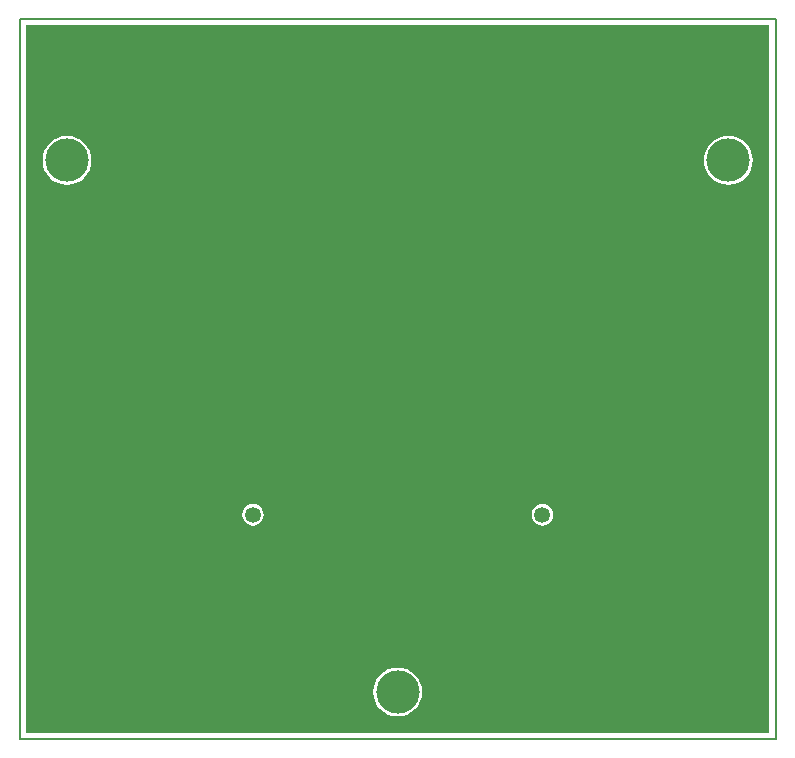
<source format=gbl>
G04*
G04 #@! TF.GenerationSoftware,Altium Limited,Altium Designer,20.0.14 (345)*
G04*
G04 Layer_Physical_Order=2*
G04 Layer_Color=16711680*
%FSLAX44Y44*%
%MOMM*%
G71*
G01*
G75*
%ADD13C,0.1270*%
%ADD16C,3.6600*%
%ADD17C,1.4000*%
%ADD18C,1.3500*%
G36*
X634821Y5179D02*
X5179D01*
X5179Y604821D01*
X634821D01*
X634821Y5179D01*
D02*
G37*
%LPC*%
G36*
X600000Y510686D02*
X595964Y510288D01*
X592084Y509111D01*
X588508Y507200D01*
X585373Y504627D01*
X582800Y501492D01*
X580889Y497916D01*
X579712Y494036D01*
X579314Y490000D01*
X579712Y485965D01*
X580889Y482084D01*
X582800Y478508D01*
X585373Y475373D01*
X588508Y472801D01*
X592084Y470889D01*
X595964Y469712D01*
X600000Y469314D01*
X604035Y469712D01*
X607916Y470889D01*
X611492Y472801D01*
X614627Y475373D01*
X617200Y478508D01*
X619111Y482084D01*
X620288Y485965D01*
X620686Y490000D01*
X620288Y494036D01*
X619111Y497916D01*
X617200Y501492D01*
X614627Y504627D01*
X611492Y507200D01*
X607916Y509111D01*
X604035Y510288D01*
X600000Y510686D01*
D02*
G37*
G36*
X40000D02*
X35964Y510288D01*
X32084Y509111D01*
X28508Y507200D01*
X25373Y504627D01*
X22801Y501492D01*
X20889Y497916D01*
X19712Y494036D01*
X19314Y490000D01*
X19712Y485965D01*
X20889Y482084D01*
X22801Y478508D01*
X25373Y475373D01*
X28508Y472801D01*
X32084Y470889D01*
X35964Y469712D01*
X40000Y469314D01*
X44036Y469712D01*
X47916Y470889D01*
X51492Y472801D01*
X54627Y475373D01*
X57200Y478508D01*
X59111Y482084D01*
X60288Y485965D01*
X60686Y490000D01*
X60288Y494036D01*
X59111Y497916D01*
X57200Y501492D01*
X54627Y504627D01*
X51492Y507200D01*
X47916Y509111D01*
X44036Y510288D01*
X40000Y510686D01*
D02*
G37*
G36*
X442564Y199114D02*
X440205Y198803D01*
X438007Y197893D01*
X436119Y196445D01*
X434671Y194557D01*
X433760Y192359D01*
X433450Y190000D01*
X433760Y187641D01*
X434671Y185443D01*
X436119Y183555D01*
X438007Y182107D01*
X440205Y181197D01*
X442564Y180886D01*
X444922Y181197D01*
X447121Y182107D01*
X449008Y183555D01*
X450457Y185443D01*
X451367Y187641D01*
X451678Y190000D01*
X451367Y192359D01*
X450457Y194557D01*
X449008Y196445D01*
X447121Y197893D01*
X444922Y198803D01*
X442564Y199114D01*
D02*
G37*
G36*
X197563D02*
X195205Y198803D01*
X193006Y197893D01*
X191119Y196445D01*
X189671Y194557D01*
X188760Y192359D01*
X188449Y190000D01*
X188760Y187641D01*
X189671Y185443D01*
X191119Y183555D01*
X193006Y182107D01*
X195205Y181197D01*
X197563Y180886D01*
X199922Y181197D01*
X202120Y182107D01*
X204008Y183555D01*
X205456Y185443D01*
X206367Y187641D01*
X206677Y190000D01*
X206367Y192359D01*
X205456Y194557D01*
X204008Y196445D01*
X202120Y197893D01*
X199922Y198803D01*
X197563Y199114D01*
D02*
G37*
G36*
X320000Y60686D02*
X315964Y60288D01*
X312084Y59111D01*
X308508Y57200D01*
X305373Y54627D01*
X302801Y51492D01*
X300889Y47916D01*
X299712Y44036D01*
X299314Y40000D01*
X299712Y35964D01*
X300889Y32084D01*
X302801Y28508D01*
X305373Y25373D01*
X308508Y22801D01*
X312084Y20889D01*
X315964Y19712D01*
X320000Y19314D01*
X324035Y19712D01*
X327916Y20889D01*
X331492Y22801D01*
X334627Y25373D01*
X337200Y28508D01*
X339111Y32084D01*
X340288Y35964D01*
X340686Y40000D01*
X340288Y44036D01*
X339111Y47916D01*
X337200Y51492D01*
X334627Y54627D01*
X331492Y57200D01*
X327916Y59111D01*
X324035Y60288D01*
X320000Y60686D01*
D02*
G37*
%LPD*%
D13*
X640000Y610000D02*
X640000Y0D01*
X0D02*
X640000D01*
X0Y610000D02*
X640000D01*
X-0D02*
X0Y0D01*
D16*
X40000Y490000D02*
D03*
X600000D02*
D03*
X320000Y40000D02*
D03*
D17*
X467963Y215400D02*
D03*
Y164600D02*
D03*
X417164D02*
D03*
Y215400D02*
D03*
X222964D02*
D03*
Y164600D02*
D03*
X172164D02*
D03*
Y215400D02*
D03*
D18*
X442564Y190000D02*
D03*
X197563D02*
D03*
M02*

</source>
